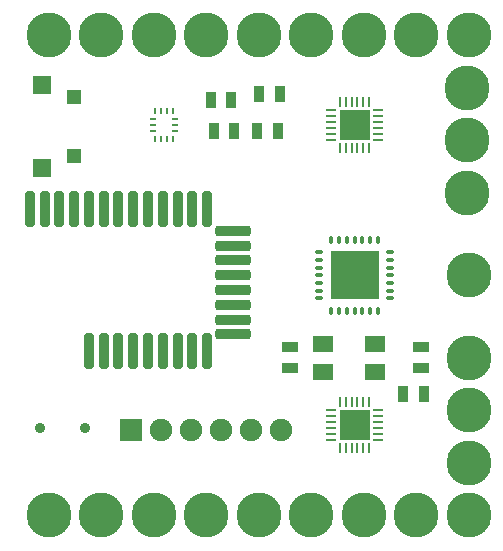
<source format=gbl>
G04 Layer_Physical_Order=4*
G04 Layer_Color=16711680*
%FSLAX25Y25*%
%MOIN*%
G70*
G01*
G75*
%ADD13R,0.05512X0.03347*%
%ADD24R,0.03347X0.05512*%
%ADD26C,0.03543*%
%ADD27C,0.15000*%
%ADD28C,0.07500*%
%ADD29R,0.07500X0.07500*%
%ADD30R,0.05905X0.05905*%
%ADD31R,0.04921X0.04921*%
%ADD32R,0.07087X0.05512*%
G04:AMPARAMS|DCode=33|XSize=118.11mil|YSize=33.47mil|CornerRadius=8.37mil|HoleSize=0mil|Usage=FLASHONLY|Rotation=270.000|XOffset=0mil|YOffset=0mil|HoleType=Round|Shape=RoundedRectangle|*
%AMROUNDEDRECTD33*
21,1,0.11811,0.01673,0,0,270.0*
21,1,0.10138,0.03347,0,0,270.0*
1,1,0.01673,-0.00837,-0.05069*
1,1,0.01673,-0.00837,0.05069*
1,1,0.01673,0.00837,0.05069*
1,1,0.01673,0.00837,-0.05069*
%
%ADD33ROUNDEDRECTD33*%
G04:AMPARAMS|DCode=34|XSize=33.47mil|YSize=118.11mil|CornerRadius=8.37mil|HoleSize=0mil|Usage=FLASHONLY|Rotation=270.000|XOffset=0mil|YOffset=0mil|HoleType=Round|Shape=RoundedRectangle|*
%AMROUNDEDRECTD34*
21,1,0.03347,0.10138,0,0,270.0*
21,1,0.01673,0.11811,0,0,270.0*
1,1,0.01673,-0.05069,-0.00837*
1,1,0.01673,-0.05069,0.00837*
1,1,0.01673,0.05069,0.00837*
1,1,0.01673,0.05069,-0.00837*
%
%ADD34ROUNDEDRECTD34*%
%ADD35R,0.02165X0.00984*%
%ADD36R,0.00984X0.02165*%
G04:AMPARAMS|DCode=37|XSize=9.84mil|YSize=21.65mil|CornerRadius=2.46mil|HoleSize=0mil|Usage=FLASHONLY|Rotation=180.000|XOffset=0mil|YOffset=0mil|HoleType=Round|Shape=RoundedRectangle|*
%AMROUNDEDRECTD37*
21,1,0.00984,0.01673,0,0,180.0*
21,1,0.00492,0.02165,0,0,180.0*
1,1,0.00492,-0.00246,0.00837*
1,1,0.00492,0.00246,0.00837*
1,1,0.00492,0.00246,-0.00837*
1,1,0.00492,-0.00246,-0.00837*
%
%ADD37ROUNDEDRECTD37*%
%ADD38R,0.10236X0.10236*%
%ADD39O,0.00984X0.03543*%
%ADD40O,0.03543X0.00984*%
%ADD41O,0.02756X0.01181*%
%ADD42O,0.01181X0.02756*%
%ADD43R,0.16457X0.16457*%
D13*
X91000Y66555D02*
D03*
Y73445D02*
D03*
X134500D02*
D03*
Y66555D02*
D03*
D24*
X86945Y145500D02*
D03*
X80055D02*
D03*
X135500Y58000D02*
D03*
X128610D02*
D03*
X80610Y158000D02*
D03*
X87500D02*
D03*
X65555Y145500D02*
D03*
X72445D02*
D03*
X71445Y156000D02*
D03*
X64555D02*
D03*
D26*
X22500Y46500D02*
D03*
X7500D02*
D03*
D27*
X150500Y97500D02*
D03*
X150000Y125000D02*
D03*
Y142500D02*
D03*
Y160000D02*
D03*
X150500Y177500D02*
D03*
X133000D02*
D03*
X115500D02*
D03*
X98000D02*
D03*
X80500D02*
D03*
X63000D02*
D03*
X45500D02*
D03*
X28000D02*
D03*
X10500D02*
D03*
X150500Y70000D02*
D03*
Y52500D02*
D03*
Y35000D02*
D03*
Y17500D02*
D03*
X133000D02*
D03*
X115500D02*
D03*
X98000D02*
D03*
X80500D02*
D03*
X63000D02*
D03*
X45500D02*
D03*
X28000D02*
D03*
X10500Y17461D02*
D03*
D28*
X88000Y46000D02*
D03*
X58000D02*
D03*
X48000D02*
D03*
X68000D02*
D03*
X78000D02*
D03*
D29*
X38000D02*
D03*
D30*
X8370Y133221D02*
D03*
Y160780D02*
D03*
D31*
X19000Y156843D02*
D03*
Y137157D02*
D03*
D32*
X119161Y74724D02*
D03*
X101839Y65276D02*
D03*
X119161D02*
D03*
X101839Y74724D02*
D03*
D33*
X23968Y72106D02*
D03*
X28890D02*
D03*
X33811D02*
D03*
X38732D02*
D03*
X43654D02*
D03*
X48575D02*
D03*
X53496D02*
D03*
X58417D02*
D03*
X63339D02*
D03*
X4284Y119547D02*
D03*
X9205D02*
D03*
X14126D02*
D03*
X19047D02*
D03*
X23968D02*
D03*
X28890D02*
D03*
X33811D02*
D03*
X38732D02*
D03*
X43654D02*
D03*
X48575D02*
D03*
X53496D02*
D03*
X58417D02*
D03*
X63339D02*
D03*
D34*
X72000Y77815D02*
D03*
Y82736D02*
D03*
Y87657D02*
D03*
Y92579D02*
D03*
Y97500D02*
D03*
Y102421D02*
D03*
Y107343D02*
D03*
Y112264D02*
D03*
D35*
X45358Y149469D02*
D03*
Y147500D02*
D03*
Y145531D02*
D03*
X52642D02*
D03*
Y147500D02*
D03*
Y149469D02*
D03*
D36*
X46047Y142874D02*
D03*
X48016D02*
D03*
X49984D02*
D03*
X51953D02*
D03*
Y152126D02*
D03*
X49984D02*
D03*
X48016D02*
D03*
D37*
X46047D02*
D03*
D38*
X112500Y147500D02*
D03*
X112500Y47500D02*
D03*
D39*
X117421Y155177D02*
D03*
X115453D02*
D03*
X113484D02*
D03*
X111516D02*
D03*
X109547D02*
D03*
X107579D02*
D03*
Y139823D02*
D03*
X109547D02*
D03*
X111516D02*
D03*
X113484D02*
D03*
X115453D02*
D03*
X117421D02*
D03*
X107579Y39823D02*
D03*
X109547D02*
D03*
X111516D02*
D03*
X113484D02*
D03*
X115453D02*
D03*
X117421D02*
D03*
Y55177D02*
D03*
X115453D02*
D03*
X113484D02*
D03*
X111516D02*
D03*
X109547D02*
D03*
X107579D02*
D03*
D40*
X104823Y152421D02*
D03*
Y150453D02*
D03*
Y148484D02*
D03*
Y146516D02*
D03*
Y144547D02*
D03*
Y142579D02*
D03*
X120177D02*
D03*
Y144547D02*
D03*
Y146516D02*
D03*
Y148484D02*
D03*
Y150453D02*
D03*
Y152421D02*
D03*
X120177Y42579D02*
D03*
Y44547D02*
D03*
Y46516D02*
D03*
Y48484D02*
D03*
Y50453D02*
D03*
Y52421D02*
D03*
X104823D02*
D03*
Y50453D02*
D03*
Y48484D02*
D03*
Y46516D02*
D03*
Y44547D02*
D03*
Y42579D02*
D03*
D41*
X100689Y89823D02*
D03*
Y92382D02*
D03*
Y94941D02*
D03*
Y97500D02*
D03*
Y100059D02*
D03*
Y102618D02*
D03*
Y105177D02*
D03*
X124311D02*
D03*
Y102618D02*
D03*
Y100059D02*
D03*
Y97500D02*
D03*
Y94941D02*
D03*
Y92382D02*
D03*
Y89823D02*
D03*
D42*
X104823Y109311D02*
D03*
X107382D02*
D03*
X109941D02*
D03*
X112500D02*
D03*
X115059D02*
D03*
X117618D02*
D03*
X120177D02*
D03*
Y85689D02*
D03*
X117618D02*
D03*
X115059D02*
D03*
X112500D02*
D03*
X109941D02*
D03*
X107382D02*
D03*
X104823D02*
D03*
D43*
X112500Y97500D02*
D03*
M02*

</source>
